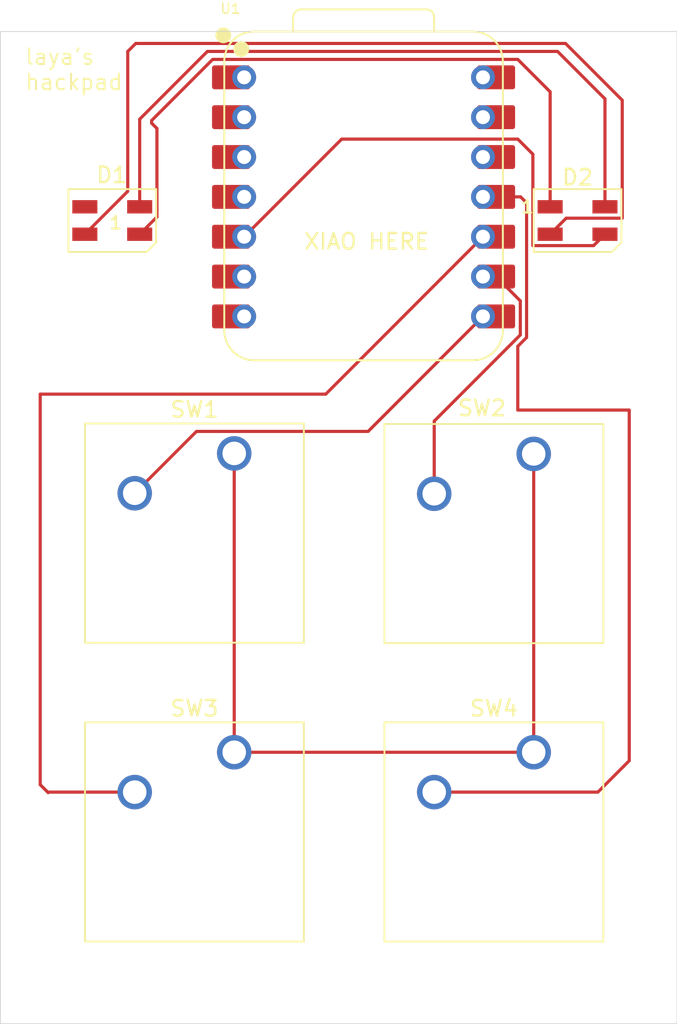
<source format=kicad_pcb>
(kicad_pcb (version 20241229) (generator "pcbnew") (generator_version "9.0")
  (layers (0 "F.Cu" signal) (2 "B.Cu" signal) (13 "F.Paste" user) (15 "B.Paste" user) (5 "F.SilkS" user "F.Silkscreen") (7 "B.SilkS" user "B.Silkscreen") (1 "F.Mask" user) (3 "B.Mask" user) (25 "Edge.Cuts" user))
  (net 0 "")
  (net 1 "Net-(D1-VSS)")
  (net 2 "+5V")
  (net 4 "Net-(D1-DIN)")
  (net 5 "Net-(D2-DIN)")
  (net 6 "Net-(U1-GPIO1{slash}RX)")
  (net 7 "GND")
  (net 8 "Net-(U1-GPIO2{slash}SCK)")
  (net 9 "Net-(U1-GPIO4{slash}MISO)")
  (net 10 "Net-(U1-GPIO3{slash}MOSI)")
  (footprint "Button_Switch_Keyboard:SW_Cherry_MX_1.00u_PCB" (layer "F.Cu") (at 159.7025 83.02625)
    (property "Reference" "SW1" (at -2.54 -2.794 0) (layer "F.SilkS"))
    (property "Value" "SW_Push")
    (fp_line (start -9.525 -1.905) (end 4.445 -1.905) (stroke (width 0.12)) (layer "F.SilkS"))
    (fp_line (start -9.525 12.065) (end -9.525 -1.905) (stroke (width 0.12)) (layer "F.SilkS"))
    (fp_line (start 4.445 -1.905) (end 4.445 12.065) (stroke (width 0.12)) (layer "F.SilkS"))
    (fp_line (start 4.445 12.065) (end -9.525 12.065) (stroke (width 0.12)) (layer "F.SilkS"))
    (pad "" np_thru_hole circle (at -7.62 5.08) (size 1.7 1.7) (drill 1.7) (layers "*.Cu" "*.Mask"))
    (pad "" np_thru_hole circle (at -2.54 5.08) (size 4 4) (drill 4) (layers "*.Cu" "*.Mask"))
    (pad "" np_thru_hole circle (at 2.54 5.08) (size 1.7 1.7) (drill 1.7) (layers "*.Cu" "*.Mask"))
    (pad "1" thru_hole circle (at 0 0) (size 2.2 2.2) (drill 1.5) (layers "*.Cu" "*.Mask") (net 7 "GND"))
    (pad "2" thru_hole circle (at -6.35 2.54) (size 2.2 2.2) (drill 1.5) (layers "*.Cu" "*.Mask") (net 6 "Net-(U1-GPIO1{slash}RX)"))
  )
  (footprint "Button_Switch_Keyboard:SW_Cherry_MX_1.00u_PCB" (layer "F.Cu") (at 178.816 102.07625)
    (property "Reference" "SW4" (at -2.54 -2.794 0) (layer "F.SilkS"))
    (property "Value" "SW_Push")
    (fp_line (start -9.525 -1.905) (end 4.445 -1.905) (stroke (width 0.12)) (layer "F.SilkS"))
    (fp_line (start -9.525 12.065) (end -9.525 -1.905) (stroke (width 0.12)) (layer "F.SilkS"))
    (fp_line (start 4.445 -1.905) (end 4.445 12.065) (stroke (width 0.12)) (layer "F.SilkS"))
    (fp_line (start 4.445 12.065) (end -9.525 12.065) (stroke (width 0.12)) (layer "F.SilkS"))
    (pad "" np_thru_hole circle (at -7.62 5.08) (size 1.7 1.7) (drill 1.7) (layers "*.Cu" "*.Mask"))
    (pad "" np_thru_hole circle (at -2.54 5.08) (size 4 4) (drill 4) (layers "*.Cu" "*.Mask"))
    (pad "" np_thru_hole circle (at 2.54 5.08) (size 1.7 1.7) (drill 1.7) (layers "*.Cu" "*.Mask"))
    (pad "1" thru_hole circle (at 0 0) (size 2.2 2.2) (drill 1.5) (layers "*.Cu" "*.Mask") (net 7 "GND"))
    (pad "2" thru_hole circle (at -6.35 2.54) (size 2.2 2.2) (drill 1.5) (layers "*.Cu" "*.Mask") (net 10 "Net-(U1-GPIO3{slash}MOSI)"))
  )
  (footprint "LED_SMD:LED_SK6812MINI_PLCC4_3.5x3.5mm_P1.75mm" (layer "F.Cu") (at 151.92 68.18125)
    (property "Reference" "D1" (at -0.028 -2.90325 0) (layer "F.SilkS"))
    (property "Value" "SK6812MINI")
    (fp_line (start -2.8 -2) (end -2.8 2) (stroke (width 0.12)) (layer "F.SilkS"))
    (fp_line (start -2.8 -2) (end 2.8 -2) (stroke (width 0.12)) (layer "F.SilkS"))
    (fp_line (start -2.8 2) (end 2.2 2) (stroke (width 0.12)) (layer "F.SilkS"))
    (fp_line (start 2.8 1.4) (end 2.2 2) (stroke (width 0.12)) (layer "F.SilkS"))
    (fp_line (start 2.8 1.4) (end 2.8 -2) (stroke (width 0.12)) (layer "F.SilkS"))
    (fp_text user "1" (at 0.226 0.14475 0) (layer "F.SilkS") (effects (font (size 0.8 0.8))))
    (pad "1" smd rect (at -1.75 -0.875) (size 1.6 0.85) (layers "F.Cu" "F.Mask" "F.Paste"))
    (pad "2" smd rect (at -1.75 0.875) (size 1.6 0.85) (layers "F.Cu" "F.Mask" "F.Paste") (net 1 "Net-(D1-VSS)"))
    (pad "3" smd rect (at 1.75 0.875) (size 1.6 0.85) (layers "F.Cu" "F.Mask" "F.Paste") (net 4 "Net-(D1-DIN)"))
    (pad "4" smd rect (at 1.75 -0.875) (size 1.6 0.85) (layers "F.Cu" "F.Mask" "F.Paste") (net 2 "+5V"))
  )
  (footprint "Button_Switch_Keyboard:SW_Cherry_MX_1.00u_PCB" (layer "F.Cu") (at 159.7025 102.07625)
    (property "Reference" "SW3" (at -2.54 -2.794 0) (layer "F.SilkS"))
    (property "Value" "SW_Push")
    (fp_line (start -9.525 -1.905) (end 4.445 -1.905) (stroke (width 0.12)) (layer "F.SilkS"))
    (fp_line (start -9.525 12.065) (end -9.525 -1.905) (stroke (width 0.12)) (layer "F.SilkS"))
    (fp_line (start 4.445 -1.905) (end 4.445 12.065) (stroke (width 0.12)) (layer "F.SilkS"))
    (fp_line (start 4.445 12.065) (end -9.525 12.065) (stroke (width 0.12)) (layer "F.SilkS"))
    (pad "" np_thru_hole circle (at -7.62 5.08) (size 1.7 1.7) (drill 1.7) (layers "*.Cu" "*.Mask"))
    (pad "" np_thru_hole circle (at -2.54 5.08) (size 4 4) (drill 4) (layers "*.Cu" "*.Mask"))
    (pad "" np_thru_hole circle (at 2.54 5.08) (size 1.7 1.7) (drill 1.7) (layers "*.Cu" "*.Mask"))
    (pad "1" thru_hole circle (at 0 0) (size 2.2 2.2) (drill 1.5) (layers "*.Cu" "*.Mask") (net 7 "GND"))
    (pad "2" thru_hole circle (at -6.35 2.54) (size 2.2 2.2) (drill 1.5) (layers "*.Cu" "*.Mask") (net 9 "Net-(U1-GPIO4{slash}MISO)"))
  )
  (footprint "OPL Lib:XIAO-RP2040-DIP" (layer "F.Cu") (at 167.9575 66.675)
    (property "Reference" "U1" (at -8.5 -12 0) (layer "F.SilkS") (effects (font (size 0.635 0.635) (thickness 0.1016))))
    (property "Value" "XIAO-RP2040-DIP")
    (fp_line (start -8.89 8.509) (end -8.89 -8.636) (stroke (width 0.127)) (layer "F.SilkS"))
    (fp_line (start -6.985 10.414) (end 6.985 10.414) (stroke (width 0.127)) (layer "F.SilkS"))
    (fp_line (start -4.495 -10.541) (end -4.491272 -11.451272) (stroke (width 0.127)) (layer "F.SilkS"))
    (fp_line (start -3.991272 -11.951) (end 4.004 -11.951) (stroke (width 0.127)) (layer "F.SilkS"))
    (fp_line (start 4.504 -11.451) (end 4.504 -10.541) (stroke (width 0.127)) (layer "F.SilkS"))
    (fp_line (start 6.985 -10.541) (end -6.985 -10.541) (stroke (width 0.1)) (layer "F.SilkS"))
    (fp_line (start 6.985 -10.541) (end -6.985 -10.541) (stroke (width 0.127)) (layer "F.SilkS"))
    (fp_line (start 8.89 8.509) (end 8.89 -8.636) (stroke (width 0.127)) (layer "F.SilkS"))
    (fp_arc (start -8.89 -8.636) (mid -8.332038 -9.983038) (end -6.985 -10.541) (stroke (width 0.127)) (layer "F.SilkS"))
    (fp_arc (start -6.985 10.414) (mid -8.332038 9.856038) (end -8.89 8.509) (stroke (width 0.127)) (layer "F.SilkS"))
    (fp_arc (start -4.491272 -11.451272) (mid -4.344728 -11.80464) (end -3.991272 -11.951) (stroke (width 0.127)) (layer "F.SilkS"))
    (fp_arc (start 4.004 -11.951) (mid 4.357553 -11.804553) (end 4.504 -11.451) (stroke (width 0.127)) (layer "F.SilkS"))
    (fp_arc (start 6.985 -10.541) (mid 8.332038 -9.983038) (end 8.89 -8.636) (stroke (width 0.127)) (layer "F.SilkS"))
    (fp_arc (start 8.89 8.509) (mid 8.332038 9.856038) (end 6.985 10.414) (stroke (width 0.127)) (layer "F.SilkS"))
    (fp_circle (center -8.95 -10.3) (end -8.95 -10.554) (stroke (width 0.5)) (fill yes) (layer "F.SilkS"))
    (fp_circle (center -7.807 -9.42) (end -7.807 -9.674) (stroke (width 0.5)) (fill yes) (layer "F.SilkS"))
    (pad "1" smd roundrect (at -8.455 -7.62 180) (size 2.432 1.524) (layers "F.Cu" "F.Mask") (roundrect_rratio 0.1))
    (pad "1" thru_hole circle (at -7.62 -7.62 180) (size 1.524 1.524) (drill 0.889) (layers "*.Cu" "*.Mask"))
    (pad "2" smd roundrect (at -8.455 -5.08 180) (size 2.432 1.524) (layers "F.Cu" "F.Mask") (roundrect_rratio 0.1))
    (pad "2" thru_hole circle (at -7.62 -5.08 180) (size 1.524 1.524) (drill 0.889) (layers "*.Cu" "*.Mask"))
    (pad "3" smd roundrect (at -8.455 -2.54 180) (size 2.432 1.524) (layers "F.Cu" "F.Mask") (roundrect_rratio 0.1))
    (pad "3" thru_hole circle (at -7.62 -2.54 180) (size 1.524 1.524) (drill 0.889) (layers "*.Cu" "*.Mask"))
    (pad "4" smd roundrect (at -8.455 0 180) (size 2.432 1.524) (layers "F.Cu" "F.Mask") (roundrect_rratio 0.1))
    (pad "4" thru_hole circle (at -7.62 0 180) (size 1.524 1.524) (drill 0.889) (layers "*.Cu" "*.Mask"))
    (pad "5" smd roundrect (at -8.455 2.54 180) (size 2.432 1.524) (layers "F.Cu" "F.Mask") (roundrect_rratio 0.1) (net 5 "Net-(D2-DIN)"))
    (pad "5" thru_hole circle (at -7.62 2.54 180) (size 1.524 1.524) (drill 0.889) (layers "*.Cu" "*.Mask") (net 5 "Net-(D2-DIN)"))
    (pad "6" smd roundrect (at -8.455 5.08 180) (size 2.432 1.524) (layers "F.Cu" "F.Mask") (roundrect_rratio 0.1))
    (pad "6" thru_hole circle (at -7.62 5.08 180) (size 1.524 1.524) (drill 0.889) (layers "*.Cu" "*.Mask"))
    (pad "7" smd roundrect (at -8.455 7.62 180) (size 2.432 1.524) (layers "F.Cu" "F.Mask") (roundrect_rratio 0.1))
    (pad "7" thru_hole circle (at -7.62 7.62 180) (size 1.524 1.524) (drill 0.889) (layers "*.Cu" "*.Mask"))
    (pad "8" thru_hole circle (at 7.62 7.62) (size 1.524 1.524) (drill 0.889) (layers "*.Cu" "*.Mask") (net 6 "Net-(U1-GPIO1{slash}RX)"))
    (pad "8" smd roundrect (at 8.455 7.62) (size 2.432 1.524) (layers "F.Cu" "F.Mask") (roundrect_rratio 0.1) (net 6 "Net-(U1-GPIO1{slash}RX)"))
    (pad "9" thru_hole circle (at 7.62 5.08) (size 1.524 1.524) (drill 0.889) (layers "*.Cu" "*.Mask") (net 8 "Net-(U1-GPIO2{slash}SCK)"))
    (pad "9" smd roundrect (at 8.455 5.08) (size 2.432 1.524) (layers "F.Cu" "F.Mask") (roundrect_rratio 0.1) (net 8 "Net-(U1-GPIO2{slash}SCK)"))
    (pad "10" thru_hole circle (at 7.62 2.54) (size 1.524 1.524) (drill 0.889) (layers "*.Cu" "*.Mask") (net 9 "Net-(U1-GPIO4{slash}MISO)"))
    (pad "10" smd roundrect (at 8.455 2.54) (size 2.432 1.524) (layers "F.Cu" "F.Mask") (roundrect_rratio 0.1) (net 9 "Net-(U1-GPIO4{slash}MISO)"))
    (pad "11" thru_hole circle (at 7.62 0) (size 1.524 1.524) (drill 0.889) (layers "*.Cu" "*.Mask") (net 10 "Net-(U1-GPIO3{slash}MOSI)"))
    (pad "11" smd roundrect (at 8.455 0) (size 2.432 1.524) (layers "F.Cu" "F.Mask") (roundrect_rratio 0.1) (net 10 "Net-(U1-GPIO3{slash}MOSI)"))
    (pad "12" thru_hole circle (at 7.62 -2.54) (size 1.524 1.524) (drill 0.889) (layers "*.Cu" "*.Mask"))
    (pad "12" smd roundrect (at 8.455 -2.54) (size 2.432 1.524) (layers "F.Cu" "F.Mask") (roundrect_rratio 0.1))
    (pad "13" thru_hole circle (at 7.62 -5.08) (size 1.524 1.524) (drill 0.889) (layers "*.Cu" "*.Mask"))
    (pad "13" smd roundrect (at 8.455 -5.08) (size 2.432 1.524) (layers "F.Cu" "F.Mask") (roundrect_rratio 0.1))
    (pad "14" thru_hole circle (at 7.62 -7.62) (size 1.524 1.524) (drill 0.889) (layers "*.Cu" "*.Mask"))
    (pad "14" smd roundrect (at 8.455 -7.62) (size 2.432 1.524) (layers "F.Cu" "F.Mask") (roundrect_rratio 0.1))
  )
  (footprint "LED_SMD:LED_SK6812MINI_PLCC4_3.5x3.5mm_P1.75mm" (layer "F.Cu") (at 181.61375 68.18125)
    (property "Reference" "D2" (at 0 -2.75 0) (layer "F.SilkS"))
    (property "Value" "SK6812MINI")
    (fp_line (start -2.8 -2) (end -2.8 2) (stroke (width 0.12)) (layer "F.SilkS"))
    (fp_line (start -2.8 -2) (end 2.8 -2) (stroke (width 0.12)) (layer "F.SilkS"))
    (fp_line (start -2.8 2) (end 2.2 2) (stroke (width 0.12)) (layer "F.SilkS"))
    (fp_line (start 2.8 1.4) (end 2.2 2) (stroke (width 0.12)) (layer "F.SilkS"))
    (fp_line (start 2.8 1.4) (end 2.8 -2) (stroke (width 0.12)) (layer "F.SilkS"))
    (fp_text user "1" (at -3.2 -0.875 0) (layer "F.SilkS") (effects (font (size 0.8 0.8))))
    (pad "1" smd rect (at -1.75 -0.875) (size 1.6 0.85) (layers "F.Cu" "F.Mask" "F.Paste") (net 4 "Net-(D1-DIN)"))
    (pad "2" smd rect (at -1.75 0.875) (size 1.6 0.85) (layers "F.Cu" "F.Mask" "F.Paste") (net 1 "Net-(D1-VSS)"))
    (pad "3" smd rect (at 1.75 0.875) (size 1.6 0.85) (layers "F.Cu" "F.Mask" "F.Paste") (net 5 "Net-(D2-DIN)"))
    (pad "4" smd rect (at 1.75 -0.875) (size 1.6 0.85) (layers "F.Cu" "F.Mask" "F.Paste") (net 2 "+5V"))
  )
  (footprint "Button_Switch_Keyboard:SW_Cherry_MX_1.00u_PCB" (layer "F.Cu") (at 178.816 83.058)
    (property "Reference" "SW2" (at -3.302 -2.921 0) (layer "F.SilkS"))
    (property "Value" "SW_Push")
    (fp_line (start -9.525 -1.905) (end 4.445 -1.905) (stroke (width 0.12)) (layer "F.SilkS"))
    (fp_line (start -9.525 12.065) (end -9.525 -1.905) (stroke (width 0.12)) (layer "F.SilkS"))
    (fp_line (start 4.445 -1.905) (end 4.445 12.065) (stroke (width 0.12)) (layer "F.SilkS"))
    (fp_line (start 4.445 12.065) (end -9.525 12.065) (stroke (width 0.12)) (layer "F.SilkS"))
    (pad "" np_thru_hole circle (at -7.62 5.08) (size 1.7 1.7) (drill 1.7) (layers "*.Cu" "*.Mask"))
    (pad "" np_thru_hole circle (at -2.54 5.08) (size 4 4) (drill 4) (layers "*.Cu" "*.Mask"))
    (pad "" np_thru_hole circle (at 2.54 5.08) (size 1.7 1.7) (drill 1.7) (layers "*.Cu" "*.Mask"))
    (pad "1" thru_hole circle (at 0 0) (size 2.2 2.2) (drill 1.5) (layers "*.Cu" "*.Mask") (net 7 "GND"))
    (pad "2" thru_hole circle (at -6.35 2.54) (size 2.2 2.2) (drill 1.5) (layers "*.Cu" "*.Mask") (net 8 "Net-(U1-GPIO2{slash}SCK)"))
  )
  (gr_rect (start 144.78 56.134) (end 187.96 119.38) (stroke (width 0.05)) (fill no) (layer "Edge.Cuts"))
  (gr_text "XIAO HERE" (at 164.084 70.104 0) (layer "F.SilkS") (effects (font (size 1 1)) (justify left bottom)))
  (gr_text "laya's\nhackpad\n" (at 146.304 59.944 0) (layer "F.SilkS") (effects (font (size 1 1) (thickness 0.125)) (justify left bottom)))
  (segment (start 180.88775 68.03225) (end 179.86375 69.05625) (width 0.2) (layer "F.Cu") (net 1))
  (segment (start 153.416 56.896) (end 180.848 56.896) (width 0.2) (layer "F.Cu") (net 1))
  (segment (start 150.17 69.05625) (end 152.908 66.31825) (width 0.2) (layer "F.Cu") (net 1))
  (segment (start 184.46475 60.51275) (end 184.46475 68.03225) (width 0.2) (layer "F.Cu") (net 1))
  (segment (start 152.908 57.404) (end 153.416 56.896) (width 0.2) (layer "F.Cu") (net 1))
  (segment (start 184.46475 68.03225) (end 180.88775 68.03225) (width 0.2) (layer "F.Cu") (net 1))
  (segment (start 152.908 66.31825) (end 152.908 57.404) (width 0.2) (layer "F.Cu") (net 1))
  (segment (start 180.848 56.896) (end 184.46475 60.51275) (width 0.2) (layer "F.Cu") (net 1))
  (segment (start 183.36375 60.42775) (end 183.36375 67.30625) (width 0.2) (layer "F.Cu") (net 2))
  (segment (start 153.67 67.30625) (end 153.67 61.722) (width 0.2) (layer "F.Cu") (net 2))
  (segment (start 157.988 57.404) (end 180.34 57.404) (width 0.2) (layer "F.Cu") (net 2))
  (segment (start 180.34 57.404) (end 183.36375 60.42775) (width 0.2) (layer "F.Cu") (net 2))
  (segment (start 153.67 61.722) (end 157.988 57.404) (width 0.2) (layer "F.Cu") (net 2))
  (segment (start 158.326874 57.912) (end 177.8 57.912) (width 0.2) (layer "F.Cu") (net 4))
  (segment (start 153.67 69.05625) (end 154.771 67.95525) (width 0.2) (layer "F.Cu") (net 4))
  (segment (start 154.432 61.976) (end 154.432 61.806874) (width 0.2) (layer "F.Cu") (net 4))
  (segment (start 154.771 67.95525) (end 154.771 62.315) (width 0.2) (layer "F.Cu") (net 4))
  (segment (start 154.771 62.315) (end 154.432 61.976) (width 0.2) (layer "F.Cu") (net 4))
  (segment (start 177.8 57.912) (end 179.86375 59.97575) (width 0.2) (layer "F.Cu") (net 4))
  (segment (start 154.432 61.806874) (end 158.326874 57.912) (width 0.2) (layer "F.Cu") (net 4))
  (segment (start 179.86375 59.97575) (end 179.86375 67.30625) (width 0.2) (layer "F.Cu") (net 4))
  (segment (start 166.5605 62.992) (end 160.3375 69.215) (width 0.2) (layer "F.Cu") (net 5))
  (segment (start 178.76275 69.78225) (end 178.76275 63.95475) (width 0.2) (layer "F.Cu") (net 5))
  (segment (start 182.63775 69.78225) (end 178.76275 69.78225) (width 0.2) (layer "F.Cu") (net 5))
  (segment (start 177.8 62.992) (end 166.5605 62.992) (width 0.2) (layer "F.Cu") (net 5))
  (segment (start 183.36375 69.05625) (end 182.63775 69.78225) (width 0.2) (layer "F.Cu") (net 5))
  (segment (start 178.76275 63.95475) (end 177.8 62.992) (width 0.2) (layer "F.Cu") (net 5))
  (segment (start 168.24725 81.62525) (end 175.5775 74.295) (width 0.2) (layer "F.Cu") (net 6))
  (segment (start 153.3525 85.56625) (end 157.2935 81.62525) (width 0.2) (layer "F.Cu") (net 6))
  (segment (start 157.2935 81.62525) (end 168.24725 81.62525) (width 0.2) (layer "F.Cu") (net 6))
  (segment (start 178.816 102.07625) (end 178.816 83.058) (width 0.2) (layer "F.Cu") (net 7))
  (segment (start 159.7025 102.07625) (end 178.816 102.07625) (width 0.2) (layer "F.Cu") (net 7))
  (segment (start 159.7025 102.07625) (end 159.7025 83.02625) (width 0.2) (layer "F.Cu") (net 7))
  (segment (start 177.96075 73.30325) (end 176.4125 71.755) (width 0.2) (layer "F.Cu") (net 8))
  (segment (start 172.466 80.9669) (end 177.96075 75.47215) (width 0.2) (layer "F.Cu") (net 8))
  (segment (start 172.466 85.598) (end 172.466 80.9669) (width 0.2) (layer "F.Cu") (net 8))
  (segment (start 177.96075 75.47215) (end 177.96075 73.30325) (width 0.2) (layer "F.Cu") (net 8))
  (segment (start 147.32 79.248) (end 147.32 104.14) (width 0.2) (layer "F.Cu") (net 9))
  (segment (start 147.85975 104.61625) (end 153.3525 104.61625) (width 0.2) (layer "F.Cu") (net 9))
  (segment (start 175.5775 69.215) (end 165.5445 79.248) (width 0.2) (layer "F.Cu") (net 9))
  (segment (start 165.5445 79.248) (end 147.32 79.248) (width 0.2) (layer "F.Cu") (net 9))
  (segment (start 147.828 104.648) (end 147.85975 104.61625) (width 0.2) (layer "F.Cu") (net 9))
  (segment (start 147.32 104.14) (end 147.828 104.648) (width 0.2) (layer "F.Cu") (net 9))
  (segment (start 177.98075 66.675) (end 178.36175 67.056) (width 0.2) (layer "F.Cu") (net 10))
  (segment (start 175.5775 66.675) (end 177.98075 66.675) (width 0.2) (layer "F.Cu") (net 10))
  (segment (start 177.8 80.264) (end 184.912 80.264) (width 0.2) (layer "F.Cu") (net 10))
  (segment (start 184.912 102.616) (end 182.91175 104.61625) (width 0.2) (layer "F.Cu") (net 10))
  (segment (start 177.8 76.2) (end 177.8 80.264) (width 0.2) (layer "F.Cu") (net 10))
  (segment (start 184.912 80.264) (end 184.912 102.616) (width 0.2) (layer "F.Cu") (net 10))
  (segment (start 178.36175 75.63825) (end 177.8 76.2) (width 0.2) (layer "F.Cu") (net 10))
  (segment (start 178.36175 67.056) (end 178.36175 75.63825) (width 0.2) (layer "F.Cu") (net 10))
  (segment (start 182.91175 104.61625) (end 172.466 104.61625) (width 0.2) (layer "F.Cu") (net 10))
)
</source>
